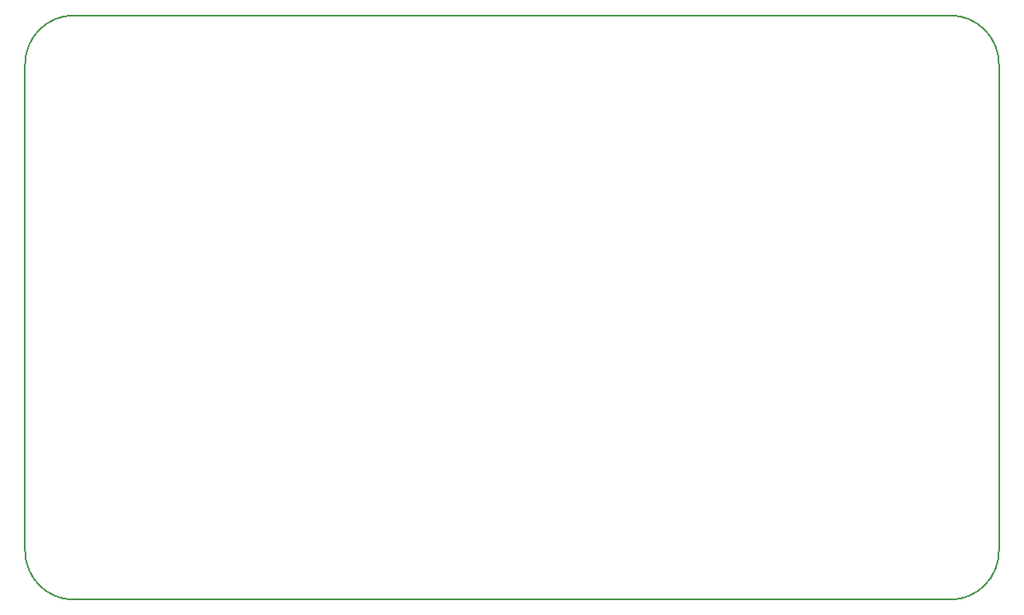
<source format=gbr>
G04 #@! TF.GenerationSoftware,KiCad,Pcbnew,(5.0.1)-3*
G04 #@! TF.CreationDate,2019-12-30T10:06:07+01:00*
G04 #@! TF.ProjectId,TL494 Class D Amp,544C34393420436C617373204420416D,rev?*
G04 #@! TF.SameCoordinates,PX4c4b400PY8f0d180*
G04 #@! TF.FileFunction,Profile,NP*
%FSLAX46Y46*%
G04 Gerber Fmt 4.6, Leading zero omitted, Abs format (unit mm)*
G04 Created by KiCad (PCBNEW (5.0.1)-3) date 30/12/2019 10:06:07*
%MOMM*%
%LPD*%
G01*
G04 APERTURE LIST*
%ADD10C,0.150000*%
G04 APERTURE END LIST*
D10*
X95000000Y60000000D02*
G75*
G02X100000000Y55000000I0J-5000000D01*
G01*
X100000000Y5000000D02*
G75*
G02X95000000Y0I-5000000J0D01*
G01*
X5000000Y0D02*
G75*
G02X0Y5000000I0J5000000D01*
G01*
X0Y55000000D02*
G75*
G02X5000000Y60000000I5000000J0D01*
G01*
X100000000Y55000000D02*
X100000000Y5000000D01*
X5000000Y60000000D02*
X95000000Y60000000D01*
X0Y5000000D02*
X0Y55000000D01*
X95000000Y0D02*
X5000000Y0D01*
M02*

</source>
